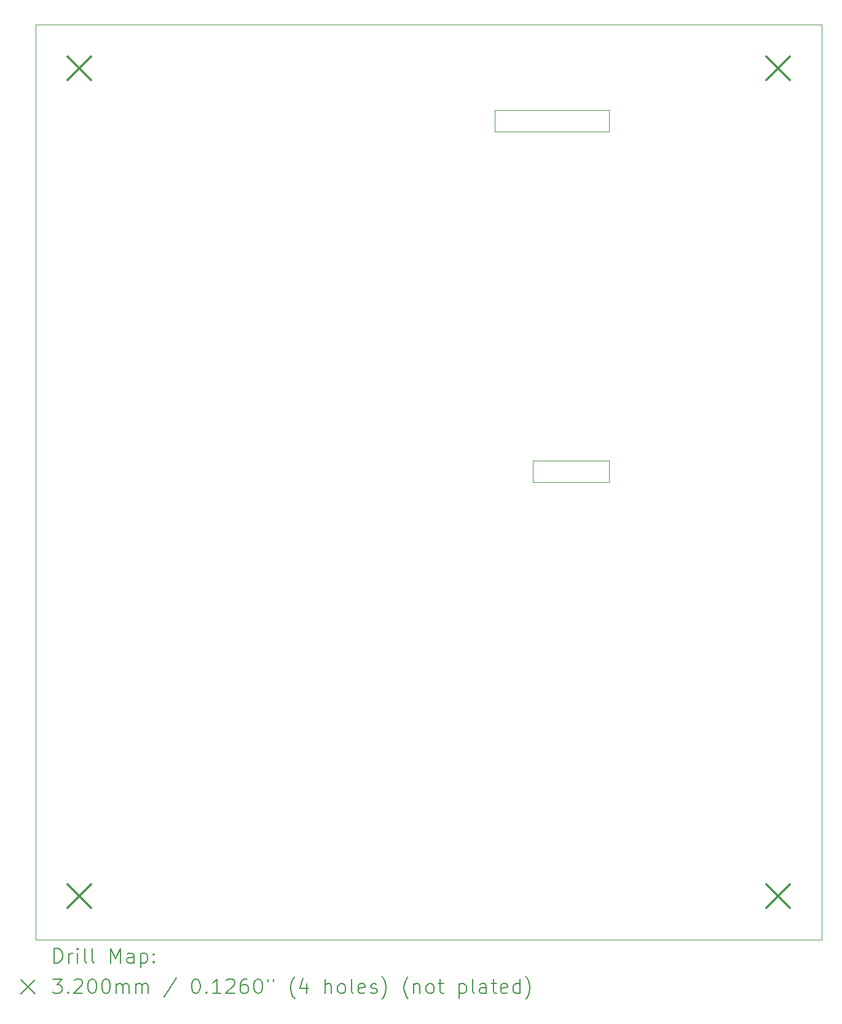
<source format=gbr>
%TF.GenerationSoftware,KiCad,Pcbnew,7.0.8*%
%TF.CreationDate,2024-03-05T18:55:30+01:00*%
%TF.ProjectId,Hacheur 4Q,48616368-6575-4722-9034-512e6b696361,rev?*%
%TF.SameCoordinates,Original*%
%TF.FileFunction,Drillmap*%
%TF.FilePolarity,Positive*%
%FSLAX45Y45*%
G04 Gerber Fmt 4.5, Leading zero omitted, Abs format (unit mm)*
G04 Created by KiCad (PCBNEW 7.0.8) date 2024-03-05 18:55:30*
%MOMM*%
%LPD*%
G01*
G04 APERTURE LIST*
%ADD10C,0.100000*%
%ADD11C,0.200000*%
%ADD12C,0.320000*%
G04 APERTURE END LIST*
D10*
X10500000Y-2100000D02*
X21325000Y-2100000D01*
X18400000Y-3575000D02*
X16825000Y-3575000D01*
X16825000Y-3275000D01*
X18400000Y-3275000D01*
X18400000Y-3575000D01*
X18400000Y-8400000D02*
X17350000Y-8400000D01*
X17350000Y-8100000D01*
X18400000Y-8100000D01*
X18400000Y-8400000D01*
X21325000Y-14700000D02*
X10500000Y-14700000D01*
X10500000Y-14700000D02*
X10500000Y-2100000D01*
X21325000Y-2100000D02*
X21325000Y-14700000D01*
D11*
D12*
X10940000Y-2540000D02*
X11260000Y-2860000D01*
X11260000Y-2540000D02*
X10940000Y-2860000D01*
X10940000Y-13940000D02*
X11260000Y-14260000D01*
X11260000Y-13940000D02*
X10940000Y-14260000D01*
X20565000Y-2540000D02*
X20885000Y-2860000D01*
X20885000Y-2540000D02*
X20565000Y-2860000D01*
X20565000Y-13940000D02*
X20885000Y-14260000D01*
X20885000Y-13940000D02*
X20565000Y-14260000D01*
D11*
X10755777Y-15016484D02*
X10755777Y-14816484D01*
X10755777Y-14816484D02*
X10803396Y-14816484D01*
X10803396Y-14816484D02*
X10831967Y-14826008D01*
X10831967Y-14826008D02*
X10851015Y-14845055D01*
X10851015Y-14845055D02*
X10860539Y-14864103D01*
X10860539Y-14864103D02*
X10870063Y-14902198D01*
X10870063Y-14902198D02*
X10870063Y-14930769D01*
X10870063Y-14930769D02*
X10860539Y-14968865D01*
X10860539Y-14968865D02*
X10851015Y-14987912D01*
X10851015Y-14987912D02*
X10831967Y-15006960D01*
X10831967Y-15006960D02*
X10803396Y-15016484D01*
X10803396Y-15016484D02*
X10755777Y-15016484D01*
X10955777Y-15016484D02*
X10955777Y-14883150D01*
X10955777Y-14921246D02*
X10965301Y-14902198D01*
X10965301Y-14902198D02*
X10974824Y-14892674D01*
X10974824Y-14892674D02*
X10993872Y-14883150D01*
X10993872Y-14883150D02*
X11012920Y-14883150D01*
X11079586Y-15016484D02*
X11079586Y-14883150D01*
X11079586Y-14816484D02*
X11070063Y-14826008D01*
X11070063Y-14826008D02*
X11079586Y-14835531D01*
X11079586Y-14835531D02*
X11089110Y-14826008D01*
X11089110Y-14826008D02*
X11079586Y-14816484D01*
X11079586Y-14816484D02*
X11079586Y-14835531D01*
X11203396Y-15016484D02*
X11184348Y-15006960D01*
X11184348Y-15006960D02*
X11174824Y-14987912D01*
X11174824Y-14987912D02*
X11174824Y-14816484D01*
X11308158Y-15016484D02*
X11289110Y-15006960D01*
X11289110Y-15006960D02*
X11279586Y-14987912D01*
X11279586Y-14987912D02*
X11279586Y-14816484D01*
X11536729Y-15016484D02*
X11536729Y-14816484D01*
X11536729Y-14816484D02*
X11603396Y-14959341D01*
X11603396Y-14959341D02*
X11670062Y-14816484D01*
X11670062Y-14816484D02*
X11670062Y-15016484D01*
X11851015Y-15016484D02*
X11851015Y-14911722D01*
X11851015Y-14911722D02*
X11841491Y-14892674D01*
X11841491Y-14892674D02*
X11822443Y-14883150D01*
X11822443Y-14883150D02*
X11784348Y-14883150D01*
X11784348Y-14883150D02*
X11765301Y-14892674D01*
X11851015Y-15006960D02*
X11831967Y-15016484D01*
X11831967Y-15016484D02*
X11784348Y-15016484D01*
X11784348Y-15016484D02*
X11765301Y-15006960D01*
X11765301Y-15006960D02*
X11755777Y-14987912D01*
X11755777Y-14987912D02*
X11755777Y-14968865D01*
X11755777Y-14968865D02*
X11765301Y-14949817D01*
X11765301Y-14949817D02*
X11784348Y-14940293D01*
X11784348Y-14940293D02*
X11831967Y-14940293D01*
X11831967Y-14940293D02*
X11851015Y-14930769D01*
X11946253Y-14883150D02*
X11946253Y-15083150D01*
X11946253Y-14892674D02*
X11965301Y-14883150D01*
X11965301Y-14883150D02*
X12003396Y-14883150D01*
X12003396Y-14883150D02*
X12022443Y-14892674D01*
X12022443Y-14892674D02*
X12031967Y-14902198D01*
X12031967Y-14902198D02*
X12041491Y-14921246D01*
X12041491Y-14921246D02*
X12041491Y-14978388D01*
X12041491Y-14978388D02*
X12031967Y-14997436D01*
X12031967Y-14997436D02*
X12022443Y-15006960D01*
X12022443Y-15006960D02*
X12003396Y-15016484D01*
X12003396Y-15016484D02*
X11965301Y-15016484D01*
X11965301Y-15016484D02*
X11946253Y-15006960D01*
X12127205Y-14997436D02*
X12136729Y-15006960D01*
X12136729Y-15006960D02*
X12127205Y-15016484D01*
X12127205Y-15016484D02*
X12117682Y-15006960D01*
X12117682Y-15006960D02*
X12127205Y-14997436D01*
X12127205Y-14997436D02*
X12127205Y-15016484D01*
X12127205Y-14892674D02*
X12136729Y-14902198D01*
X12136729Y-14902198D02*
X12127205Y-14911722D01*
X12127205Y-14911722D02*
X12117682Y-14902198D01*
X12117682Y-14902198D02*
X12127205Y-14892674D01*
X12127205Y-14892674D02*
X12127205Y-14911722D01*
X10295000Y-15245000D02*
X10495000Y-15445000D01*
X10495000Y-15245000D02*
X10295000Y-15445000D01*
X10736729Y-15236484D02*
X10860539Y-15236484D01*
X10860539Y-15236484D02*
X10793872Y-15312674D01*
X10793872Y-15312674D02*
X10822444Y-15312674D01*
X10822444Y-15312674D02*
X10841491Y-15322198D01*
X10841491Y-15322198D02*
X10851015Y-15331722D01*
X10851015Y-15331722D02*
X10860539Y-15350769D01*
X10860539Y-15350769D02*
X10860539Y-15398388D01*
X10860539Y-15398388D02*
X10851015Y-15417436D01*
X10851015Y-15417436D02*
X10841491Y-15426960D01*
X10841491Y-15426960D02*
X10822444Y-15436484D01*
X10822444Y-15436484D02*
X10765301Y-15436484D01*
X10765301Y-15436484D02*
X10746253Y-15426960D01*
X10746253Y-15426960D02*
X10736729Y-15417436D01*
X10946253Y-15417436D02*
X10955777Y-15426960D01*
X10955777Y-15426960D02*
X10946253Y-15436484D01*
X10946253Y-15436484D02*
X10936729Y-15426960D01*
X10936729Y-15426960D02*
X10946253Y-15417436D01*
X10946253Y-15417436D02*
X10946253Y-15436484D01*
X11031967Y-15255531D02*
X11041491Y-15246008D01*
X11041491Y-15246008D02*
X11060539Y-15236484D01*
X11060539Y-15236484D02*
X11108158Y-15236484D01*
X11108158Y-15236484D02*
X11127205Y-15246008D01*
X11127205Y-15246008D02*
X11136729Y-15255531D01*
X11136729Y-15255531D02*
X11146253Y-15274579D01*
X11146253Y-15274579D02*
X11146253Y-15293627D01*
X11146253Y-15293627D02*
X11136729Y-15322198D01*
X11136729Y-15322198D02*
X11022444Y-15436484D01*
X11022444Y-15436484D02*
X11146253Y-15436484D01*
X11270062Y-15236484D02*
X11289110Y-15236484D01*
X11289110Y-15236484D02*
X11308158Y-15246008D01*
X11308158Y-15246008D02*
X11317682Y-15255531D01*
X11317682Y-15255531D02*
X11327205Y-15274579D01*
X11327205Y-15274579D02*
X11336729Y-15312674D01*
X11336729Y-15312674D02*
X11336729Y-15360293D01*
X11336729Y-15360293D02*
X11327205Y-15398388D01*
X11327205Y-15398388D02*
X11317682Y-15417436D01*
X11317682Y-15417436D02*
X11308158Y-15426960D01*
X11308158Y-15426960D02*
X11289110Y-15436484D01*
X11289110Y-15436484D02*
X11270062Y-15436484D01*
X11270062Y-15436484D02*
X11251015Y-15426960D01*
X11251015Y-15426960D02*
X11241491Y-15417436D01*
X11241491Y-15417436D02*
X11231967Y-15398388D01*
X11231967Y-15398388D02*
X11222443Y-15360293D01*
X11222443Y-15360293D02*
X11222443Y-15312674D01*
X11222443Y-15312674D02*
X11231967Y-15274579D01*
X11231967Y-15274579D02*
X11241491Y-15255531D01*
X11241491Y-15255531D02*
X11251015Y-15246008D01*
X11251015Y-15246008D02*
X11270062Y-15236484D01*
X11460539Y-15236484D02*
X11479586Y-15236484D01*
X11479586Y-15236484D02*
X11498634Y-15246008D01*
X11498634Y-15246008D02*
X11508158Y-15255531D01*
X11508158Y-15255531D02*
X11517682Y-15274579D01*
X11517682Y-15274579D02*
X11527205Y-15312674D01*
X11527205Y-15312674D02*
X11527205Y-15360293D01*
X11527205Y-15360293D02*
X11517682Y-15398388D01*
X11517682Y-15398388D02*
X11508158Y-15417436D01*
X11508158Y-15417436D02*
X11498634Y-15426960D01*
X11498634Y-15426960D02*
X11479586Y-15436484D01*
X11479586Y-15436484D02*
X11460539Y-15436484D01*
X11460539Y-15436484D02*
X11441491Y-15426960D01*
X11441491Y-15426960D02*
X11431967Y-15417436D01*
X11431967Y-15417436D02*
X11422443Y-15398388D01*
X11422443Y-15398388D02*
X11412920Y-15360293D01*
X11412920Y-15360293D02*
X11412920Y-15312674D01*
X11412920Y-15312674D02*
X11422443Y-15274579D01*
X11422443Y-15274579D02*
X11431967Y-15255531D01*
X11431967Y-15255531D02*
X11441491Y-15246008D01*
X11441491Y-15246008D02*
X11460539Y-15236484D01*
X11612920Y-15436484D02*
X11612920Y-15303150D01*
X11612920Y-15322198D02*
X11622443Y-15312674D01*
X11622443Y-15312674D02*
X11641491Y-15303150D01*
X11641491Y-15303150D02*
X11670063Y-15303150D01*
X11670063Y-15303150D02*
X11689110Y-15312674D01*
X11689110Y-15312674D02*
X11698634Y-15331722D01*
X11698634Y-15331722D02*
X11698634Y-15436484D01*
X11698634Y-15331722D02*
X11708158Y-15312674D01*
X11708158Y-15312674D02*
X11727205Y-15303150D01*
X11727205Y-15303150D02*
X11755777Y-15303150D01*
X11755777Y-15303150D02*
X11774824Y-15312674D01*
X11774824Y-15312674D02*
X11784348Y-15331722D01*
X11784348Y-15331722D02*
X11784348Y-15436484D01*
X11879586Y-15436484D02*
X11879586Y-15303150D01*
X11879586Y-15322198D02*
X11889110Y-15312674D01*
X11889110Y-15312674D02*
X11908158Y-15303150D01*
X11908158Y-15303150D02*
X11936729Y-15303150D01*
X11936729Y-15303150D02*
X11955777Y-15312674D01*
X11955777Y-15312674D02*
X11965301Y-15331722D01*
X11965301Y-15331722D02*
X11965301Y-15436484D01*
X11965301Y-15331722D02*
X11974824Y-15312674D01*
X11974824Y-15312674D02*
X11993872Y-15303150D01*
X11993872Y-15303150D02*
X12022443Y-15303150D01*
X12022443Y-15303150D02*
X12041491Y-15312674D01*
X12041491Y-15312674D02*
X12051015Y-15331722D01*
X12051015Y-15331722D02*
X12051015Y-15436484D01*
X12441491Y-15226960D02*
X12270063Y-15484103D01*
X12698634Y-15236484D02*
X12717682Y-15236484D01*
X12717682Y-15236484D02*
X12736729Y-15246008D01*
X12736729Y-15246008D02*
X12746253Y-15255531D01*
X12746253Y-15255531D02*
X12755777Y-15274579D01*
X12755777Y-15274579D02*
X12765301Y-15312674D01*
X12765301Y-15312674D02*
X12765301Y-15360293D01*
X12765301Y-15360293D02*
X12755777Y-15398388D01*
X12755777Y-15398388D02*
X12746253Y-15417436D01*
X12746253Y-15417436D02*
X12736729Y-15426960D01*
X12736729Y-15426960D02*
X12717682Y-15436484D01*
X12717682Y-15436484D02*
X12698634Y-15436484D01*
X12698634Y-15436484D02*
X12679586Y-15426960D01*
X12679586Y-15426960D02*
X12670063Y-15417436D01*
X12670063Y-15417436D02*
X12660539Y-15398388D01*
X12660539Y-15398388D02*
X12651015Y-15360293D01*
X12651015Y-15360293D02*
X12651015Y-15312674D01*
X12651015Y-15312674D02*
X12660539Y-15274579D01*
X12660539Y-15274579D02*
X12670063Y-15255531D01*
X12670063Y-15255531D02*
X12679586Y-15246008D01*
X12679586Y-15246008D02*
X12698634Y-15236484D01*
X12851015Y-15417436D02*
X12860539Y-15426960D01*
X12860539Y-15426960D02*
X12851015Y-15436484D01*
X12851015Y-15436484D02*
X12841491Y-15426960D01*
X12841491Y-15426960D02*
X12851015Y-15417436D01*
X12851015Y-15417436D02*
X12851015Y-15436484D01*
X13051015Y-15436484D02*
X12936729Y-15436484D01*
X12993872Y-15436484D02*
X12993872Y-15236484D01*
X12993872Y-15236484D02*
X12974825Y-15265055D01*
X12974825Y-15265055D02*
X12955777Y-15284103D01*
X12955777Y-15284103D02*
X12936729Y-15293627D01*
X13127206Y-15255531D02*
X13136729Y-15246008D01*
X13136729Y-15246008D02*
X13155777Y-15236484D01*
X13155777Y-15236484D02*
X13203396Y-15236484D01*
X13203396Y-15236484D02*
X13222444Y-15246008D01*
X13222444Y-15246008D02*
X13231967Y-15255531D01*
X13231967Y-15255531D02*
X13241491Y-15274579D01*
X13241491Y-15274579D02*
X13241491Y-15293627D01*
X13241491Y-15293627D02*
X13231967Y-15322198D01*
X13231967Y-15322198D02*
X13117682Y-15436484D01*
X13117682Y-15436484D02*
X13241491Y-15436484D01*
X13412920Y-15236484D02*
X13374825Y-15236484D01*
X13374825Y-15236484D02*
X13355777Y-15246008D01*
X13355777Y-15246008D02*
X13346253Y-15255531D01*
X13346253Y-15255531D02*
X13327206Y-15284103D01*
X13327206Y-15284103D02*
X13317682Y-15322198D01*
X13317682Y-15322198D02*
X13317682Y-15398388D01*
X13317682Y-15398388D02*
X13327206Y-15417436D01*
X13327206Y-15417436D02*
X13336729Y-15426960D01*
X13336729Y-15426960D02*
X13355777Y-15436484D01*
X13355777Y-15436484D02*
X13393872Y-15436484D01*
X13393872Y-15436484D02*
X13412920Y-15426960D01*
X13412920Y-15426960D02*
X13422444Y-15417436D01*
X13422444Y-15417436D02*
X13431967Y-15398388D01*
X13431967Y-15398388D02*
X13431967Y-15350769D01*
X13431967Y-15350769D02*
X13422444Y-15331722D01*
X13422444Y-15331722D02*
X13412920Y-15322198D01*
X13412920Y-15322198D02*
X13393872Y-15312674D01*
X13393872Y-15312674D02*
X13355777Y-15312674D01*
X13355777Y-15312674D02*
X13336729Y-15322198D01*
X13336729Y-15322198D02*
X13327206Y-15331722D01*
X13327206Y-15331722D02*
X13317682Y-15350769D01*
X13555777Y-15236484D02*
X13574825Y-15236484D01*
X13574825Y-15236484D02*
X13593872Y-15246008D01*
X13593872Y-15246008D02*
X13603396Y-15255531D01*
X13603396Y-15255531D02*
X13612920Y-15274579D01*
X13612920Y-15274579D02*
X13622444Y-15312674D01*
X13622444Y-15312674D02*
X13622444Y-15360293D01*
X13622444Y-15360293D02*
X13612920Y-15398388D01*
X13612920Y-15398388D02*
X13603396Y-15417436D01*
X13603396Y-15417436D02*
X13593872Y-15426960D01*
X13593872Y-15426960D02*
X13574825Y-15436484D01*
X13574825Y-15436484D02*
X13555777Y-15436484D01*
X13555777Y-15436484D02*
X13536729Y-15426960D01*
X13536729Y-15426960D02*
X13527206Y-15417436D01*
X13527206Y-15417436D02*
X13517682Y-15398388D01*
X13517682Y-15398388D02*
X13508158Y-15360293D01*
X13508158Y-15360293D02*
X13508158Y-15312674D01*
X13508158Y-15312674D02*
X13517682Y-15274579D01*
X13517682Y-15274579D02*
X13527206Y-15255531D01*
X13527206Y-15255531D02*
X13536729Y-15246008D01*
X13536729Y-15246008D02*
X13555777Y-15236484D01*
X13698634Y-15236484D02*
X13698634Y-15274579D01*
X13774825Y-15236484D02*
X13774825Y-15274579D01*
X14070063Y-15512674D02*
X14060539Y-15503150D01*
X14060539Y-15503150D02*
X14041491Y-15474579D01*
X14041491Y-15474579D02*
X14031968Y-15455531D01*
X14031968Y-15455531D02*
X14022444Y-15426960D01*
X14022444Y-15426960D02*
X14012920Y-15379341D01*
X14012920Y-15379341D02*
X14012920Y-15341246D01*
X14012920Y-15341246D02*
X14022444Y-15293627D01*
X14022444Y-15293627D02*
X14031968Y-15265055D01*
X14031968Y-15265055D02*
X14041491Y-15246008D01*
X14041491Y-15246008D02*
X14060539Y-15217436D01*
X14060539Y-15217436D02*
X14070063Y-15207912D01*
X14231968Y-15303150D02*
X14231968Y-15436484D01*
X14184348Y-15226960D02*
X14136729Y-15369817D01*
X14136729Y-15369817D02*
X14260539Y-15369817D01*
X14489110Y-15436484D02*
X14489110Y-15236484D01*
X14574825Y-15436484D02*
X14574825Y-15331722D01*
X14574825Y-15331722D02*
X14565301Y-15312674D01*
X14565301Y-15312674D02*
X14546253Y-15303150D01*
X14546253Y-15303150D02*
X14517682Y-15303150D01*
X14517682Y-15303150D02*
X14498634Y-15312674D01*
X14498634Y-15312674D02*
X14489110Y-15322198D01*
X14698634Y-15436484D02*
X14679587Y-15426960D01*
X14679587Y-15426960D02*
X14670063Y-15417436D01*
X14670063Y-15417436D02*
X14660539Y-15398388D01*
X14660539Y-15398388D02*
X14660539Y-15341246D01*
X14660539Y-15341246D02*
X14670063Y-15322198D01*
X14670063Y-15322198D02*
X14679587Y-15312674D01*
X14679587Y-15312674D02*
X14698634Y-15303150D01*
X14698634Y-15303150D02*
X14727206Y-15303150D01*
X14727206Y-15303150D02*
X14746253Y-15312674D01*
X14746253Y-15312674D02*
X14755777Y-15322198D01*
X14755777Y-15322198D02*
X14765301Y-15341246D01*
X14765301Y-15341246D02*
X14765301Y-15398388D01*
X14765301Y-15398388D02*
X14755777Y-15417436D01*
X14755777Y-15417436D02*
X14746253Y-15426960D01*
X14746253Y-15426960D02*
X14727206Y-15436484D01*
X14727206Y-15436484D02*
X14698634Y-15436484D01*
X14879587Y-15436484D02*
X14860539Y-15426960D01*
X14860539Y-15426960D02*
X14851015Y-15407912D01*
X14851015Y-15407912D02*
X14851015Y-15236484D01*
X15031968Y-15426960D02*
X15012920Y-15436484D01*
X15012920Y-15436484D02*
X14974825Y-15436484D01*
X14974825Y-15436484D02*
X14955777Y-15426960D01*
X14955777Y-15426960D02*
X14946253Y-15407912D01*
X14946253Y-15407912D02*
X14946253Y-15331722D01*
X14946253Y-15331722D02*
X14955777Y-15312674D01*
X14955777Y-15312674D02*
X14974825Y-15303150D01*
X14974825Y-15303150D02*
X15012920Y-15303150D01*
X15012920Y-15303150D02*
X15031968Y-15312674D01*
X15031968Y-15312674D02*
X15041491Y-15331722D01*
X15041491Y-15331722D02*
X15041491Y-15350769D01*
X15041491Y-15350769D02*
X14946253Y-15369817D01*
X15117682Y-15426960D02*
X15136730Y-15436484D01*
X15136730Y-15436484D02*
X15174825Y-15436484D01*
X15174825Y-15436484D02*
X15193872Y-15426960D01*
X15193872Y-15426960D02*
X15203396Y-15407912D01*
X15203396Y-15407912D02*
X15203396Y-15398388D01*
X15203396Y-15398388D02*
X15193872Y-15379341D01*
X15193872Y-15379341D02*
X15174825Y-15369817D01*
X15174825Y-15369817D02*
X15146253Y-15369817D01*
X15146253Y-15369817D02*
X15127206Y-15360293D01*
X15127206Y-15360293D02*
X15117682Y-15341246D01*
X15117682Y-15341246D02*
X15117682Y-15331722D01*
X15117682Y-15331722D02*
X15127206Y-15312674D01*
X15127206Y-15312674D02*
X15146253Y-15303150D01*
X15146253Y-15303150D02*
X15174825Y-15303150D01*
X15174825Y-15303150D02*
X15193872Y-15312674D01*
X15270063Y-15512674D02*
X15279587Y-15503150D01*
X15279587Y-15503150D02*
X15298634Y-15474579D01*
X15298634Y-15474579D02*
X15308158Y-15455531D01*
X15308158Y-15455531D02*
X15317682Y-15426960D01*
X15317682Y-15426960D02*
X15327206Y-15379341D01*
X15327206Y-15379341D02*
X15327206Y-15341246D01*
X15327206Y-15341246D02*
X15317682Y-15293627D01*
X15317682Y-15293627D02*
X15308158Y-15265055D01*
X15308158Y-15265055D02*
X15298634Y-15246008D01*
X15298634Y-15246008D02*
X15279587Y-15217436D01*
X15279587Y-15217436D02*
X15270063Y-15207912D01*
X15631968Y-15512674D02*
X15622444Y-15503150D01*
X15622444Y-15503150D02*
X15603396Y-15474579D01*
X15603396Y-15474579D02*
X15593872Y-15455531D01*
X15593872Y-15455531D02*
X15584349Y-15426960D01*
X15584349Y-15426960D02*
X15574825Y-15379341D01*
X15574825Y-15379341D02*
X15574825Y-15341246D01*
X15574825Y-15341246D02*
X15584349Y-15293627D01*
X15584349Y-15293627D02*
X15593872Y-15265055D01*
X15593872Y-15265055D02*
X15603396Y-15246008D01*
X15603396Y-15246008D02*
X15622444Y-15217436D01*
X15622444Y-15217436D02*
X15631968Y-15207912D01*
X15708158Y-15303150D02*
X15708158Y-15436484D01*
X15708158Y-15322198D02*
X15717682Y-15312674D01*
X15717682Y-15312674D02*
X15736730Y-15303150D01*
X15736730Y-15303150D02*
X15765301Y-15303150D01*
X15765301Y-15303150D02*
X15784349Y-15312674D01*
X15784349Y-15312674D02*
X15793872Y-15331722D01*
X15793872Y-15331722D02*
X15793872Y-15436484D01*
X15917682Y-15436484D02*
X15898634Y-15426960D01*
X15898634Y-15426960D02*
X15889111Y-15417436D01*
X15889111Y-15417436D02*
X15879587Y-15398388D01*
X15879587Y-15398388D02*
X15879587Y-15341246D01*
X15879587Y-15341246D02*
X15889111Y-15322198D01*
X15889111Y-15322198D02*
X15898634Y-15312674D01*
X15898634Y-15312674D02*
X15917682Y-15303150D01*
X15917682Y-15303150D02*
X15946253Y-15303150D01*
X15946253Y-15303150D02*
X15965301Y-15312674D01*
X15965301Y-15312674D02*
X15974825Y-15322198D01*
X15974825Y-15322198D02*
X15984349Y-15341246D01*
X15984349Y-15341246D02*
X15984349Y-15398388D01*
X15984349Y-15398388D02*
X15974825Y-15417436D01*
X15974825Y-15417436D02*
X15965301Y-15426960D01*
X15965301Y-15426960D02*
X15946253Y-15436484D01*
X15946253Y-15436484D02*
X15917682Y-15436484D01*
X16041492Y-15303150D02*
X16117682Y-15303150D01*
X16070063Y-15236484D02*
X16070063Y-15407912D01*
X16070063Y-15407912D02*
X16079587Y-15426960D01*
X16079587Y-15426960D02*
X16098634Y-15436484D01*
X16098634Y-15436484D02*
X16117682Y-15436484D01*
X16336730Y-15303150D02*
X16336730Y-15503150D01*
X16336730Y-15312674D02*
X16355777Y-15303150D01*
X16355777Y-15303150D02*
X16393873Y-15303150D01*
X16393873Y-15303150D02*
X16412920Y-15312674D01*
X16412920Y-15312674D02*
X16422444Y-15322198D01*
X16422444Y-15322198D02*
X16431968Y-15341246D01*
X16431968Y-15341246D02*
X16431968Y-15398388D01*
X16431968Y-15398388D02*
X16422444Y-15417436D01*
X16422444Y-15417436D02*
X16412920Y-15426960D01*
X16412920Y-15426960D02*
X16393873Y-15436484D01*
X16393873Y-15436484D02*
X16355777Y-15436484D01*
X16355777Y-15436484D02*
X16336730Y-15426960D01*
X16546253Y-15436484D02*
X16527206Y-15426960D01*
X16527206Y-15426960D02*
X16517682Y-15407912D01*
X16517682Y-15407912D02*
X16517682Y-15236484D01*
X16708158Y-15436484D02*
X16708158Y-15331722D01*
X16708158Y-15331722D02*
X16698634Y-15312674D01*
X16698634Y-15312674D02*
X16679587Y-15303150D01*
X16679587Y-15303150D02*
X16641492Y-15303150D01*
X16641492Y-15303150D02*
X16622444Y-15312674D01*
X16708158Y-15426960D02*
X16689111Y-15436484D01*
X16689111Y-15436484D02*
X16641492Y-15436484D01*
X16641492Y-15436484D02*
X16622444Y-15426960D01*
X16622444Y-15426960D02*
X16612920Y-15407912D01*
X16612920Y-15407912D02*
X16612920Y-15388865D01*
X16612920Y-15388865D02*
X16622444Y-15369817D01*
X16622444Y-15369817D02*
X16641492Y-15360293D01*
X16641492Y-15360293D02*
X16689111Y-15360293D01*
X16689111Y-15360293D02*
X16708158Y-15350769D01*
X16774825Y-15303150D02*
X16851015Y-15303150D01*
X16803396Y-15236484D02*
X16803396Y-15407912D01*
X16803396Y-15407912D02*
X16812920Y-15426960D01*
X16812920Y-15426960D02*
X16831968Y-15436484D01*
X16831968Y-15436484D02*
X16851015Y-15436484D01*
X16993873Y-15426960D02*
X16974825Y-15436484D01*
X16974825Y-15436484D02*
X16936730Y-15436484D01*
X16936730Y-15436484D02*
X16917682Y-15426960D01*
X16917682Y-15426960D02*
X16908158Y-15407912D01*
X16908158Y-15407912D02*
X16908158Y-15331722D01*
X16908158Y-15331722D02*
X16917682Y-15312674D01*
X16917682Y-15312674D02*
X16936730Y-15303150D01*
X16936730Y-15303150D02*
X16974825Y-15303150D01*
X16974825Y-15303150D02*
X16993873Y-15312674D01*
X16993873Y-15312674D02*
X17003396Y-15331722D01*
X17003396Y-15331722D02*
X17003396Y-15350769D01*
X17003396Y-15350769D02*
X16908158Y-15369817D01*
X17174825Y-15436484D02*
X17174825Y-15236484D01*
X17174825Y-15426960D02*
X17155777Y-15436484D01*
X17155777Y-15436484D02*
X17117682Y-15436484D01*
X17117682Y-15436484D02*
X17098635Y-15426960D01*
X17098635Y-15426960D02*
X17089111Y-15417436D01*
X17089111Y-15417436D02*
X17079587Y-15398388D01*
X17079587Y-15398388D02*
X17079587Y-15341246D01*
X17079587Y-15341246D02*
X17089111Y-15322198D01*
X17089111Y-15322198D02*
X17098635Y-15312674D01*
X17098635Y-15312674D02*
X17117682Y-15303150D01*
X17117682Y-15303150D02*
X17155777Y-15303150D01*
X17155777Y-15303150D02*
X17174825Y-15312674D01*
X17251016Y-15512674D02*
X17260539Y-15503150D01*
X17260539Y-15503150D02*
X17279587Y-15474579D01*
X17279587Y-15474579D02*
X17289111Y-15455531D01*
X17289111Y-15455531D02*
X17298635Y-15426960D01*
X17298635Y-15426960D02*
X17308158Y-15379341D01*
X17308158Y-15379341D02*
X17308158Y-15341246D01*
X17308158Y-15341246D02*
X17298635Y-15293627D01*
X17298635Y-15293627D02*
X17289111Y-15265055D01*
X17289111Y-15265055D02*
X17279587Y-15246008D01*
X17279587Y-15246008D02*
X17260539Y-15217436D01*
X17260539Y-15217436D02*
X17251016Y-15207912D01*
M02*

</source>
